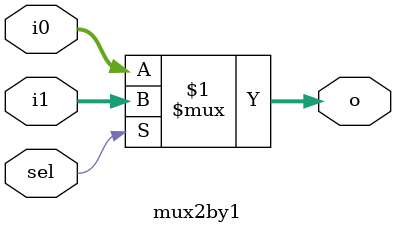
<source format=v>
`timescale 1ns / 1ps
module mux2by1(
input [31:0]i0,
input [31:0]i1,
input sel,
output [31:0]o
    );

assign o = sel ? i1 : i0 ;

endmodule



</source>
